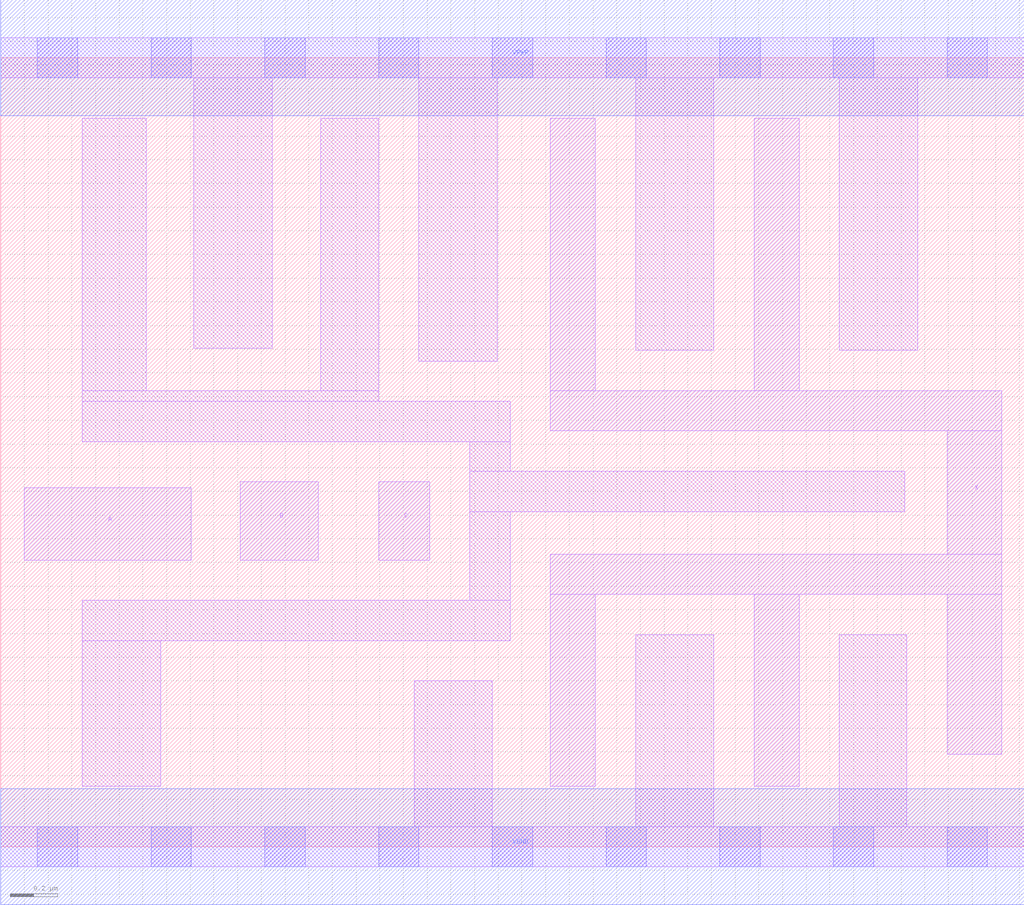
<source format=lef>
# Copyright 2020 The SkyWater PDK Authors
#
# Licensed under the Apache License, Version 2.0 (the "License");
# you may not use this file except in compliance with the License.
# You may obtain a copy of the License at
#
#     https://www.apache.org/licenses/LICENSE-2.0
#
# Unless required by applicable law or agreed to in writing, software
# distributed under the License is distributed on an "AS IS" BASIS,
# WITHOUT WARRANTIES OR CONDITIONS OF ANY KIND, either express or implied.
# See the License for the specific language governing permissions and
# limitations under the License.
#
# SPDX-License-Identifier: Apache-2.0

VERSION 5.7 ;
  NAMESCASESENSITIVE ON ;
  NOWIREEXTENSIONATPIN ON ;
  DIVIDERCHAR "/" ;
  BUSBITCHARS "[]" ;
UNITS
  DATABASE MICRONS 200 ;
END UNITS
MACRO sky130_fd_sc_lp__and3_4
  CLASS CORE ;
  FOREIGN sky130_fd_sc_lp__and3_4 ;
  ORIGIN  0.000000  0.000000 ;
  SIZE  4.320000 BY  3.330000 ;
  SYMMETRY X Y R90 ;
  SITE unit ;
  PIN A
    ANTENNAGATEAREA  0.315000 ;
    DIRECTION INPUT ;
    USE SIGNAL ;
    PORT
      LAYER li1 ;
        RECT 0.100000 1.210000 0.805000 1.515000 ;
    END
  END A
  PIN B
    ANTENNAGATEAREA  0.315000 ;
    DIRECTION INPUT ;
    USE SIGNAL ;
    PORT
      LAYER li1 ;
        RECT 1.010000 1.210000 1.340000 1.540000 ;
    END
  END B
  PIN C
    ANTENNAGATEAREA  0.315000 ;
    DIRECTION INPUT ;
    USE SIGNAL ;
    PORT
      LAYER li1 ;
        RECT 1.595000 1.210000 1.810000 1.540000 ;
    END
  END C
  PIN X
    ANTENNADIFFAREA  1.176000 ;
    DIRECTION OUTPUT ;
    USE SIGNAL ;
    PORT
      LAYER li1 ;
        RECT 2.320000 0.255000 2.510000 1.065000 ;
        RECT 2.320000 1.065000 4.225000 1.235000 ;
        RECT 2.320000 1.755000 4.225000 1.925000 ;
        RECT 2.320000 1.925000 2.510000 3.075000 ;
        RECT 3.180000 0.255000 3.370000 1.065000 ;
        RECT 3.180000 1.925000 3.370000 3.075000 ;
        RECT 3.995000 0.390000 4.225000 1.065000 ;
        RECT 3.995000 1.235000 4.225000 1.755000 ;
    END
  END X
  PIN VGND
    DIRECTION INOUT ;
    USE GROUND ;
    PORT
      LAYER met1 ;
        RECT 0.000000 -0.245000 4.320000 0.245000 ;
    END
  END VGND
  PIN VPWR
    DIRECTION INOUT ;
    USE POWER ;
    PORT
      LAYER met1 ;
        RECT 0.000000 3.085000 4.320000 3.575000 ;
    END
  END VPWR
  OBS
    LAYER li1 ;
      RECT 0.000000 -0.085000 4.320000 0.085000 ;
      RECT 0.000000  3.245000 4.320000 3.415000 ;
      RECT 0.345000  0.255000 0.675000 0.870000 ;
      RECT 0.345000  0.870000 2.150000 1.040000 ;
      RECT 0.345000  1.710000 2.150000 1.880000 ;
      RECT 0.345000  1.880000 1.595000 1.925000 ;
      RECT 0.345000  1.925000 0.615000 3.075000 ;
      RECT 0.815000  2.105000 1.145000 3.245000 ;
      RECT 1.350000  1.925000 1.595000 3.075000 ;
      RECT 1.745000  0.085000 2.075000 0.700000 ;
      RECT 1.765000  2.050000 2.095000 3.245000 ;
      RECT 1.980000  1.040000 2.150000 1.415000 ;
      RECT 1.980000  1.415000 3.815000 1.585000 ;
      RECT 1.980000  1.585000 2.150000 1.710000 ;
      RECT 2.680000  0.085000 3.010000 0.895000 ;
      RECT 2.680000  2.095000 3.010000 3.245000 ;
      RECT 3.540000  0.085000 3.825000 0.895000 ;
      RECT 3.540000  2.095000 3.870000 3.245000 ;
    LAYER mcon ;
      RECT 0.155000 -0.085000 0.325000 0.085000 ;
      RECT 0.155000  3.245000 0.325000 3.415000 ;
      RECT 0.635000 -0.085000 0.805000 0.085000 ;
      RECT 0.635000  3.245000 0.805000 3.415000 ;
      RECT 1.115000 -0.085000 1.285000 0.085000 ;
      RECT 1.115000  3.245000 1.285000 3.415000 ;
      RECT 1.595000 -0.085000 1.765000 0.085000 ;
      RECT 1.595000  3.245000 1.765000 3.415000 ;
      RECT 2.075000 -0.085000 2.245000 0.085000 ;
      RECT 2.075000  3.245000 2.245000 3.415000 ;
      RECT 2.555000 -0.085000 2.725000 0.085000 ;
      RECT 2.555000  3.245000 2.725000 3.415000 ;
      RECT 3.035000 -0.085000 3.205000 0.085000 ;
      RECT 3.035000  3.245000 3.205000 3.415000 ;
      RECT 3.515000 -0.085000 3.685000 0.085000 ;
      RECT 3.515000  3.245000 3.685000 3.415000 ;
      RECT 3.995000 -0.085000 4.165000 0.085000 ;
      RECT 3.995000  3.245000 4.165000 3.415000 ;
  END
END sky130_fd_sc_lp__and3_4
END LIBRARY

</source>
